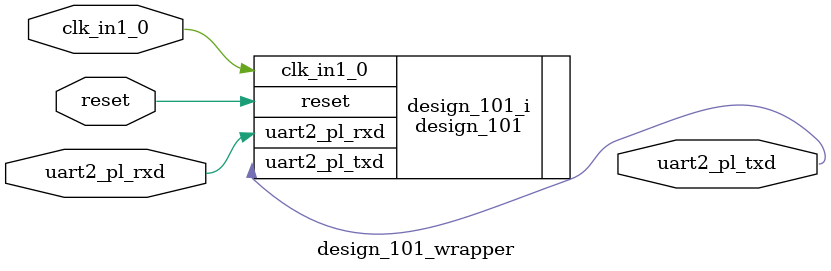
<source format=v>
`timescale 1 ps / 1 ps

module design_101_wrapper
   (clk_in1_0,
    reset,
    uart2_pl_rxd,
    uart2_pl_txd);
  input clk_in1_0;
  input reset;
  input uart2_pl_rxd;
  output uart2_pl_txd;

  wire clk_in1_0;
  wire reset;
  wire uart2_pl_rxd;
  wire uart2_pl_txd;

  design_101 design_101_i
       (.clk_in1_0(clk_in1_0),
        .reset(reset),
        .uart2_pl_rxd(uart2_pl_rxd),
        .uart2_pl_txd(uart2_pl_txd));
endmodule

</source>
